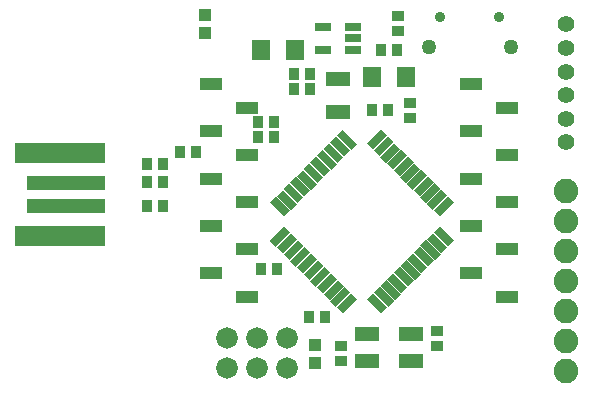
<source format=gts>
G75*
G70*
%OFA0B0*%
%FSLAX24Y24*%
%IPPOS*%
%LPD*%
%AMOC8*
5,1,8,0,0,1.08239X$1,22.5*
%
%ADD10R,0.0356X0.0434*%
%ADD11R,0.0631X0.0710*%
%ADD12R,0.0434X0.0356*%
%ADD13R,0.0395X0.0395*%
%ADD14R,0.0671X0.0277*%
%ADD15R,0.0277X0.0671*%
%ADD16R,0.0828X0.0513*%
%ADD17R,0.0789X0.0474*%
%ADD18R,0.0552X0.0297*%
%ADD19R,0.3033X0.0671*%
%ADD20R,0.2639X0.0474*%
%ADD21R,0.0749X0.0415*%
%ADD22C,0.0720*%
%ADD23C,0.0820*%
%ADD24C,0.0350*%
%ADD25C,0.0500*%
%ADD26C,0.0556*%
D10*
X008744Y004301D03*
X009256Y004301D03*
X010344Y002701D03*
X010856Y002701D03*
X005456Y006401D03*
X004944Y006401D03*
X004944Y007201D03*
X005456Y007201D03*
X005456Y007801D03*
X004944Y007801D03*
X006044Y008201D03*
X006556Y008201D03*
X008644Y008701D03*
X009156Y008701D03*
X009156Y009201D03*
X008644Y009201D03*
X009844Y010301D03*
X010356Y010301D03*
X010356Y010801D03*
X009844Y010801D03*
X012444Y009601D03*
X012956Y009601D03*
X012744Y011601D03*
X013256Y011601D03*
D11*
X013551Y010701D03*
X012449Y010701D03*
X009851Y011601D03*
X008749Y011601D03*
D12*
X013300Y012245D03*
X013300Y012757D03*
X013700Y009857D03*
X013700Y009345D03*
X014600Y002257D03*
X014600Y001745D03*
X011400Y001757D03*
X011400Y001245D03*
D13*
X010532Y001177D03*
X010532Y001768D03*
X006864Y012173D03*
X006864Y012764D03*
D14*
G36*
X011733Y008294D02*
X011260Y008766D01*
X011455Y008962D01*
X011928Y008490D01*
X011733Y008294D01*
G37*
G36*
X011511Y008071D02*
X011038Y008543D01*
X011233Y008739D01*
X011706Y008267D01*
X011511Y008071D01*
G37*
G36*
X011288Y007848D02*
X010815Y008320D01*
X011010Y008516D01*
X011483Y008044D01*
X011288Y007848D01*
G37*
G36*
X011066Y007625D02*
X010593Y008097D01*
X010788Y008293D01*
X011261Y007821D01*
X011066Y007625D01*
G37*
G36*
X010844Y007402D02*
X010371Y007874D01*
X010566Y008070D01*
X011039Y007598D01*
X010844Y007402D01*
G37*
G36*
X010622Y007178D02*
X010149Y007650D01*
X010344Y007846D01*
X010817Y007374D01*
X010622Y007178D01*
G37*
G36*
X010399Y006955D02*
X009926Y007427D01*
X010121Y007623D01*
X010594Y007151D01*
X010399Y006955D01*
G37*
G36*
X010177Y006732D02*
X009704Y007204D01*
X009899Y007400D01*
X010372Y006928D01*
X010177Y006732D01*
G37*
G36*
X009955Y006509D02*
X009482Y006981D01*
X009677Y007177D01*
X010150Y006705D01*
X009955Y006509D01*
G37*
G36*
X009732Y006286D02*
X009259Y006758D01*
X009454Y006954D01*
X009927Y006482D01*
X009732Y006286D01*
G37*
G36*
X009510Y006063D02*
X009037Y006535D01*
X009232Y006731D01*
X009705Y006259D01*
X009510Y006063D01*
G37*
G36*
X013190Y003285D02*
X012717Y003757D01*
X012912Y003953D01*
X013385Y003481D01*
X013190Y003285D01*
G37*
G36*
X012967Y003062D02*
X012494Y003534D01*
X012689Y003730D01*
X013162Y003258D01*
X012967Y003062D01*
G37*
G36*
X012745Y002839D02*
X012272Y003311D01*
X012467Y003507D01*
X012940Y003035D01*
X012745Y002839D01*
G37*
G36*
X013412Y003509D02*
X012939Y003981D01*
X013134Y004177D01*
X013607Y003705D01*
X013412Y003509D01*
G37*
G36*
X013634Y003732D02*
X013161Y004204D01*
X013356Y004400D01*
X013829Y003928D01*
X013634Y003732D01*
G37*
G36*
X013856Y003955D02*
X013383Y004427D01*
X013578Y004623D01*
X014051Y004151D01*
X013856Y003955D01*
G37*
G36*
X014079Y004178D02*
X013606Y004650D01*
X013801Y004846D01*
X014274Y004374D01*
X014079Y004178D01*
G37*
G36*
X014301Y004401D02*
X013828Y004873D01*
X014023Y005069D01*
X014496Y004597D01*
X014301Y004401D01*
G37*
G36*
X014523Y004624D02*
X014050Y005096D01*
X014245Y005292D01*
X014718Y004820D01*
X014523Y004624D01*
G37*
G36*
X014746Y004847D02*
X014273Y005319D01*
X014468Y005515D01*
X014941Y005043D01*
X014746Y004847D01*
G37*
G36*
X014968Y005070D02*
X014495Y005542D01*
X014690Y005738D01*
X015163Y005266D01*
X014968Y005070D01*
G37*
D15*
G36*
X014689Y006072D02*
X014493Y006267D01*
X014965Y006740D01*
X015161Y006545D01*
X014689Y006072D01*
G37*
G36*
X014466Y006295D02*
X014270Y006490D01*
X014742Y006963D01*
X014938Y006768D01*
X014466Y006295D01*
G37*
G36*
X014243Y006517D02*
X014047Y006712D01*
X014519Y007185D01*
X014715Y006990D01*
X014243Y006517D01*
G37*
G36*
X014020Y006739D02*
X013824Y006934D01*
X014296Y007407D01*
X014492Y007212D01*
X014020Y006739D01*
G37*
G36*
X013797Y006962D02*
X013601Y007157D01*
X014073Y007630D01*
X014269Y007435D01*
X013797Y006962D01*
G37*
G36*
X013574Y007184D02*
X013378Y007379D01*
X013850Y007852D01*
X014046Y007657D01*
X013574Y007184D01*
G37*
G36*
X013351Y007406D02*
X013155Y007601D01*
X013627Y008074D01*
X013823Y007879D01*
X013351Y007406D01*
G37*
G36*
X013128Y007629D02*
X012932Y007824D01*
X013404Y008297D01*
X013600Y008102D01*
X013128Y007629D01*
G37*
G36*
X012905Y007851D02*
X012709Y008046D01*
X013181Y008519D01*
X013377Y008324D01*
X012905Y007851D01*
G37*
G36*
X012681Y008073D02*
X012485Y008268D01*
X012957Y008741D01*
X013153Y008546D01*
X012681Y008073D01*
G37*
G36*
X012458Y008296D02*
X012262Y008491D01*
X012734Y008964D01*
X012930Y008769D01*
X012458Y008296D01*
G37*
G36*
X009235Y005061D02*
X009039Y005256D01*
X009511Y005729D01*
X009707Y005534D01*
X009235Y005061D01*
G37*
G36*
X009458Y004838D02*
X009262Y005033D01*
X009734Y005506D01*
X009930Y005311D01*
X009458Y004838D01*
G37*
G36*
X009681Y004616D02*
X009485Y004811D01*
X009957Y005284D01*
X010153Y005089D01*
X009681Y004616D01*
G37*
G36*
X009904Y004394D02*
X009708Y004589D01*
X010180Y005062D01*
X010376Y004867D01*
X009904Y004394D01*
G37*
G36*
X010127Y004171D02*
X009931Y004366D01*
X010403Y004839D01*
X010599Y004644D01*
X010127Y004171D01*
G37*
G36*
X010350Y003949D02*
X010154Y004144D01*
X010626Y004617D01*
X010822Y004422D01*
X010350Y003949D01*
G37*
G36*
X010573Y003727D02*
X010377Y003922D01*
X010849Y004395D01*
X011045Y004200D01*
X010573Y003727D01*
G37*
G36*
X010796Y003505D02*
X010600Y003700D01*
X011072Y004173D01*
X011268Y003978D01*
X010796Y003505D01*
G37*
G36*
X011019Y003282D02*
X010823Y003477D01*
X011295Y003950D01*
X011491Y003755D01*
X011019Y003282D01*
G37*
G36*
X011243Y003060D02*
X011047Y003255D01*
X011519Y003728D01*
X011715Y003533D01*
X011243Y003060D01*
G37*
G36*
X011466Y002838D02*
X011270Y003033D01*
X011742Y003506D01*
X011938Y003311D01*
X011466Y002838D01*
G37*
D16*
X012272Y002153D03*
X012272Y001248D03*
X013728Y001248D03*
X013728Y002153D03*
D17*
X011300Y009549D03*
X011300Y010652D03*
D18*
X010788Y011627D03*
X011812Y011627D03*
X011812Y012001D03*
X011812Y012375D03*
X010788Y012375D03*
D19*
X002021Y008179D03*
X002021Y005423D03*
D20*
X002218Y006407D03*
X002218Y007194D03*
D21*
X007079Y004175D03*
X008260Y004963D03*
X007079Y005750D03*
X008260Y006538D03*
X007079Y007325D03*
X008260Y008112D03*
X007079Y008900D03*
X008260Y009687D03*
X007079Y010475D03*
X015740Y010475D03*
X016921Y009687D03*
X015740Y008900D03*
X016921Y008112D03*
X015740Y007325D03*
X016921Y006538D03*
X015740Y005750D03*
X016921Y004963D03*
X015740Y004175D03*
X016921Y003388D03*
X008260Y003388D03*
D22*
X008600Y002001D03*
X007600Y002001D03*
X007600Y001001D03*
X008600Y001001D03*
X009600Y001001D03*
X009600Y002001D03*
D23*
X018900Y001901D03*
X018900Y002901D03*
X018900Y003901D03*
X018900Y004901D03*
X018900Y005901D03*
X018900Y006901D03*
X018900Y000901D03*
D24*
X016684Y012701D03*
X014716Y012701D03*
D25*
X014322Y011716D03*
X017078Y011716D03*
D26*
X018906Y011682D03*
X018906Y012469D03*
X018906Y010894D03*
X018906Y010107D03*
X018906Y009320D03*
X018906Y008532D03*
M02*

</source>
